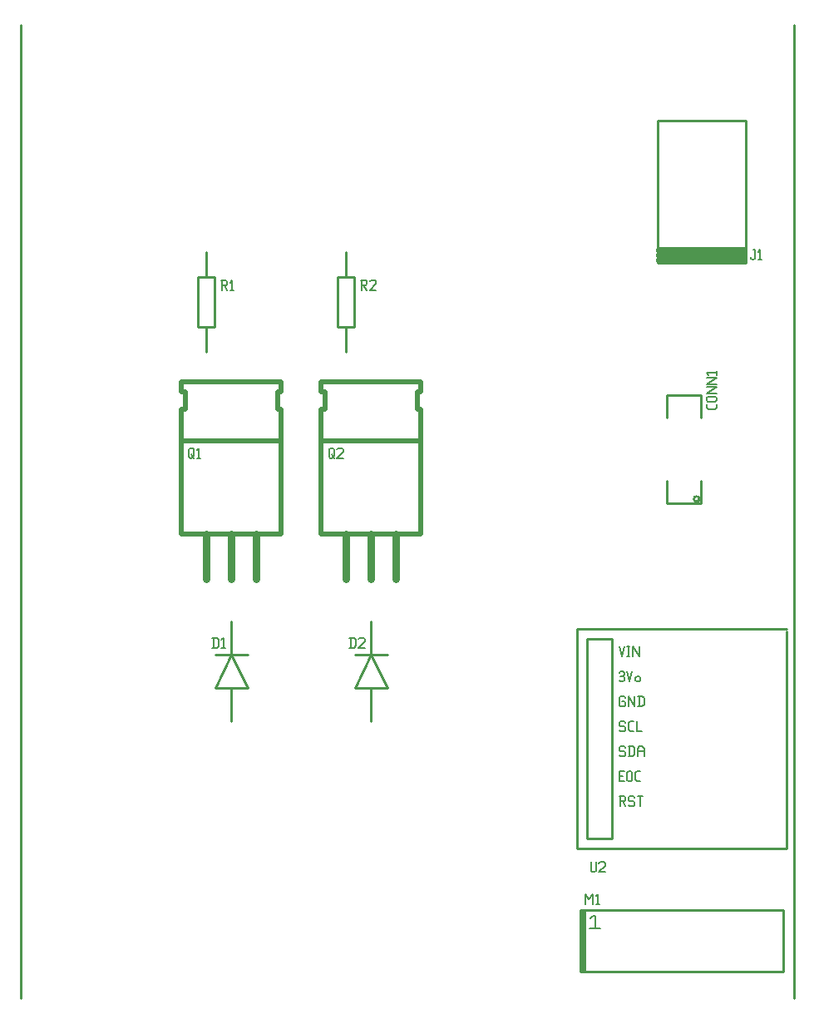
<source format=gbr>
G04 start of page 8 for group -4079 idx -4079 *
G04 Title: Motor Controller, topsilk *
G04 Creator: pcb 4.0.2 *
G04 CreationDate: Wed Aug 19 04:53:54 2020 UTC *
G04 For: kevin *
G04 Format: Gerber/RS-274X *
G04 PCB-Dimensions (mil): 3300.00 3900.00 *
G04 PCB-Coordinate-Origin: lower left *
%MOIN*%
%FSLAX25Y25*%
%LNTOPSILK*%
%ADD69C,0.0250*%
%ADD68C,0.0200*%
%ADD67C,0.0300*%
%ADD66C,0.0060*%
%ADD65C,0.0100*%
G54D65*X320000Y0D02*Y390000D01*
X10000D02*Y0D01*
X233000Y148000D02*X317000D01*
Y60000D02*X233000D01*
Y148000D01*
X317000Y147000D02*Y60000D01*
G54D66*X252000Y101000D02*X252500Y100500D01*
X250500Y101000D02*X252000D01*
X250000Y100500D02*X250500Y101000D01*
X250000Y100500D02*Y99500D01*
X250500Y99000D01*
X252000D01*
X252500Y98500D01*
Y97500D01*
X252000Y97000D02*X252500Y97500D01*
X250500Y97000D02*X252000D01*
X250000Y97500D02*X250500Y97000D01*
X254200Y101000D02*Y97000D01*
X255500Y101000D02*X256200Y100300D01*
Y97700D01*
X255500Y97000D02*X256200Y97700D01*
X253700Y97000D02*X255500D01*
X253700Y101000D02*X255500D01*
X257400Y100000D02*Y97000D01*
Y100000D02*X258100Y101000D01*
X259200D01*
X259900Y100000D01*
Y97000D01*
X257400Y99000D02*X259900D01*
X250000Y81000D02*X252000D01*
X252500Y80500D01*
Y79500D01*
X252000Y79000D02*X252500Y79500D01*
X250500Y79000D02*X252000D01*
X250500Y81000D02*Y77000D01*
X251300Y79000D02*X252500Y77000D01*
X255700Y81000D02*X256200Y80500D01*
X254200Y81000D02*X255700D01*
X253700Y80500D02*X254200Y81000D01*
X253700Y80500D02*Y79500D01*
X254200Y79000D01*
X255700D01*
X256200Y78500D01*
Y77500D01*
X255700Y77000D02*X256200Y77500D01*
X254200Y77000D02*X255700D01*
X253700Y77500D02*X254200Y77000D01*
X257400Y81000D02*X259400D01*
X258400D02*Y77000D01*
X250000Y89200D02*X251500D01*
X250000Y87000D02*X252000D01*
X250000Y91000D02*Y87000D01*
Y91000D02*X252000D01*
X253200Y90500D02*Y87500D01*
Y90500D02*X253700Y91000D01*
X254700D01*
X255200Y90500D01*
Y87500D01*
X254700Y87000D02*X255200Y87500D01*
X253700Y87000D02*X254700D01*
X253200Y87500D02*X253700Y87000D01*
X257100D02*X258400D01*
X256400Y87700D02*X257100Y87000D01*
X256400Y90300D02*Y87700D01*
Y90300D02*X257100Y91000D01*
X258400D01*
X252000Y111000D02*X252500Y110500D01*
X250500Y111000D02*X252000D01*
X250000Y110500D02*X250500Y111000D01*
X250000Y110500D02*Y109500D01*
X250500Y109000D01*
X252000D01*
X252500Y108500D01*
Y107500D01*
X252000Y107000D02*X252500Y107500D01*
X250500Y107000D02*X252000D01*
X250000Y107500D02*X250500Y107000D01*
X254400D02*X255700D01*
X253700Y107700D02*X254400Y107000D01*
X253700Y110300D02*Y107700D01*
Y110300D02*X254400Y111000D01*
X255700D01*
X256900D02*Y107000D01*
X258900D01*
X250000Y141000D02*X251000Y137000D01*
X252000Y141000D01*
X253200D02*X254200D01*
X253700D02*Y137000D01*
X253200D02*X254200D01*
X255400Y141000D02*Y137000D01*
Y141000D02*X257900Y137000D01*
Y141000D02*Y137000D01*
X252000Y121000D02*X252500Y120500D01*
X250500Y121000D02*X252000D01*
X250000Y120500D02*X250500Y121000D01*
X250000Y120500D02*Y117500D01*
X250500Y117000D01*
X252000D01*
X252500Y117500D01*
Y118500D02*Y117500D01*
X252000Y119000D02*X252500Y118500D01*
X251000Y119000D02*X252000D01*
X253700Y121000D02*Y117000D01*
Y121000D02*X256200Y117000D01*
Y121000D02*Y117000D01*
X257900Y121000D02*Y117000D01*
X259200Y121000D02*X259900Y120300D01*
Y117700D01*
X259200Y117000D02*X259900Y117700D01*
X257400Y117000D02*X259200D01*
X257400Y121000D02*X259200D01*
X250000Y130500D02*X250500Y131000D01*
X251500D01*
X252000Y130500D01*
X251500Y127000D02*X252000Y127500D01*
X250500Y127000D02*X251500D01*
X250000Y127500D02*X250500Y127000D01*
Y129200D02*X251500D01*
X252000Y130500D02*Y129700D01*
Y128700D02*Y127500D01*
Y128700D02*X251500Y129200D01*
X252000Y129700D02*X251500Y129200D01*
X253200Y131000D02*X254200Y127000D01*
X255200Y131000D01*
X256400Y128500D02*Y127500D01*
Y128500D02*X256900Y129000D01*
X257900D01*
X258400Y128500D01*
Y127500D01*
X257900Y127000D02*X258400Y127500D01*
X256900Y127000D02*X257900D01*
X256400Y127500D02*X256900Y127000D01*
G54D67*X140500Y168000D02*Y186000D01*
X150500Y168000D02*Y186000D01*
X160500Y168000D02*Y186000D01*
G54D68*X130500D02*X170500D01*
Y223500D01*
X130500D01*
Y186000D01*
Y223500D02*X170500D01*
Y236000D01*
X169000D01*
Y243000D01*
X170500D01*
Y247000D01*
X130500D01*
Y243000D01*
X132000D01*
Y236000D01*
X130500D01*
Y223500D01*
G54D67*X84500Y168000D02*Y186000D01*
X94500Y168000D02*Y186000D01*
X104500Y168000D02*Y186000D01*
G54D68*X74500D02*X114500D01*
Y223500D01*
X74500D01*
Y186000D01*
Y223500D02*X114500D01*
Y236000D01*
X113000D01*
Y243000D01*
X114500D01*
Y247000D01*
X74500D01*
Y243000D01*
X76000D01*
Y236000D01*
X74500D01*
Y223500D01*
G54D65*X84500Y269000D02*Y259000D01*
Y299000D02*Y289000D01*
X81200D02*Y269000D01*
Y289000D02*X87800D01*
Y269000D01*
X81200D02*X87800D01*
X140500D02*Y259000D01*
Y299000D02*Y289000D01*
X137200D02*Y269000D01*
Y289000D02*X143800D01*
Y269000D01*
X137200D02*X143800D01*
X150500Y151000D02*Y137700D01*
Y124300D02*Y111000D01*
Y137700D02*X157100Y124300D01*
X143900D02*X157100D01*
X143900D02*X150500Y137700D01*
X143900D02*X157100D01*
X94500Y151000D02*Y137700D01*
Y124300D02*Y111000D01*
Y137700D02*X101100Y124300D01*
X87900D02*X101100D01*
X87900D02*X94500Y137700D01*
X87900D02*X101100D01*
X236024Y35362D02*X235984Y35402D01*
X236024Y10598D02*Y35362D01*
X235157Y10677D02*X235236Y10598D01*
X235157Y35402D02*Y10677D01*
G54D66*X239528Y33079D02*X238346Y31898D01*
X240315Y33079D02*X239528D01*
X240315Y27961D02*Y33079D01*
X237953Y27961D02*X242283D01*
G54D65*X315748Y35402D02*X234252D01*
X315748Y10598D02*Y35402D01*
X234252Y10598D02*X315748D01*
X234252D02*Y35402D01*
X237000Y144000D02*X247000D01*
X237000D02*Y64000D01*
X247000D01*
Y144000D02*Y64000D01*
G54D69*X266071Y299803D02*X299929D01*
X266071Y297835D02*X299929D01*
X266071Y295866D02*X299535D01*
G54D65*X265283Y351772D02*X300717D01*
X265283D02*Y294685D01*
X300717D01*
Y351772D02*Y294685D01*
X269200Y207300D02*Y198400D01*
Y241600D02*Y232700D01*
Y241600D02*X282800D01*
Y232700D01*
Y207300D02*Y198400D01*
X269200D02*X282800D01*
X281000Y199000D02*G75*G03X281000Y199000I0J1100D01*G01*
G54D66*X133628Y219927D02*Y216927D01*
Y219927D02*X134128Y220427D01*
X135128D01*
X135628Y219927D01*
Y217427D01*
X134628Y216427D02*X135628Y217427D01*
X134128Y216427D02*X134628D01*
X133628Y216927D02*X134128Y216427D01*
X134628Y217927D02*X135628Y216427D01*
X136828Y219927D02*X137328Y220427D01*
X138828D01*
X139328Y219927D01*
Y218927D01*
X136828Y216427D02*X139328Y218927D01*
X136828Y216427D02*X139328D01*
X77459Y220036D02*Y217036D01*
Y220036D02*X77959Y220536D01*
X78959D01*
X79459Y220036D01*
Y217536D01*
X78459Y216536D02*X79459Y217536D01*
X77959Y216536D02*X78459D01*
X77459Y217036D02*X77959Y216536D01*
X78459Y218036D02*X79459Y216536D01*
X80659Y219736D02*X81459Y220536D01*
Y216536D01*
X80659D02*X82159D01*
X90269Y287590D02*X92269D01*
X92769Y287090D01*
Y286090D01*
X92269Y285590D02*X92769Y286090D01*
X90769Y285590D02*X92269D01*
X90769Y287590D02*Y283590D01*
X91569Y285590D02*X92769Y283590D01*
X93969Y286790D02*X94769Y287590D01*
Y283590D01*
X93969D02*X95469D01*
X146223Y287871D02*X148223D01*
X148723Y287371D01*
Y286371D01*
X148223Y285871D02*X148723Y286371D01*
X146723Y285871D02*X148223D01*
X146723Y287871D02*Y283871D01*
X147523Y285871D02*X148723Y283871D01*
X149923Y287371D02*X150423Y287871D01*
X151923D01*
X152423Y287371D01*
Y286371D01*
X149923Y283871D02*X152423Y286371D01*
X149923Y283871D02*X152423D01*
X142308Y144552D02*Y140552D01*
X143608Y144552D02*X144308Y143852D01*
Y141252D01*
X143608Y140552D02*X144308Y141252D01*
X141808Y140552D02*X143608D01*
X141808Y144552D02*X143608D01*
X145508Y144052D02*X146008Y144552D01*
X147508D01*
X148008Y144052D01*
Y143052D01*
X145508Y140552D02*X148008Y143052D01*
X145508Y140552D02*X148008D01*
X87266Y144399D02*Y140399D01*
X88566Y144399D02*X89266Y143699D01*
Y141099D01*
X88566Y140399D02*X89266Y141099D01*
X86766Y140399D02*X88566D01*
X86766Y144399D02*X88566D01*
X90466Y143599D02*X91266Y144399D01*
Y140399D01*
X90466D02*X91966D01*
X236384Y41706D02*Y37706D01*
Y41706D02*X237884Y39706D01*
X239384Y41706D01*
Y37706D01*
X240584Y40906D02*X241384Y41706D01*
Y37706D01*
X240584D02*X242084D01*
X238577Y54714D02*Y51214D01*
X239077Y50714D01*
X240077D01*
X240577Y51214D01*
Y54714D02*Y51214D01*
X241777Y54214D02*X242277Y54714D01*
X243777D01*
X244277Y54214D01*
Y53214D01*
X241777Y50714D02*X244277Y53214D01*
X241777Y50714D02*X244277D01*
X303574Y299962D02*X304374D01*
Y296462D01*
X303874Y295962D02*X304374Y296462D01*
X303374Y295962D02*X303874D01*
X302874Y296462D02*X303374Y295962D01*
X302874Y296962D02*Y296462D01*
X305574Y299162D02*X306374Y299962D01*
Y295962D01*
X305574D02*X307074D01*
X289000Y238000D02*Y236700D01*
X288300Y236000D02*X289000Y236700D01*
X285700Y236000D02*X288300D01*
X285700D02*X285000Y236700D01*
Y238000D02*Y236700D01*
X285500Y239200D02*X288500D01*
X285500D02*X285000Y239700D01*
Y240700D02*Y239700D01*
Y240700D02*X285500Y241200D01*
X288500D01*
X289000Y240700D02*X288500Y241200D01*
X289000Y240700D02*Y239700D01*
X288500Y239200D02*X289000Y239700D01*
X285000Y242400D02*X289000D01*
X285000D02*X289000Y244900D01*
X285000D02*X289000D01*
X285000Y246100D02*X289000D01*
X285000D02*X289000Y248600D01*
X285000D02*X289000D01*
X285800Y249800D02*X285000Y250600D01*
X289000D01*
Y251300D02*Y249800D01*
M02*

</source>
